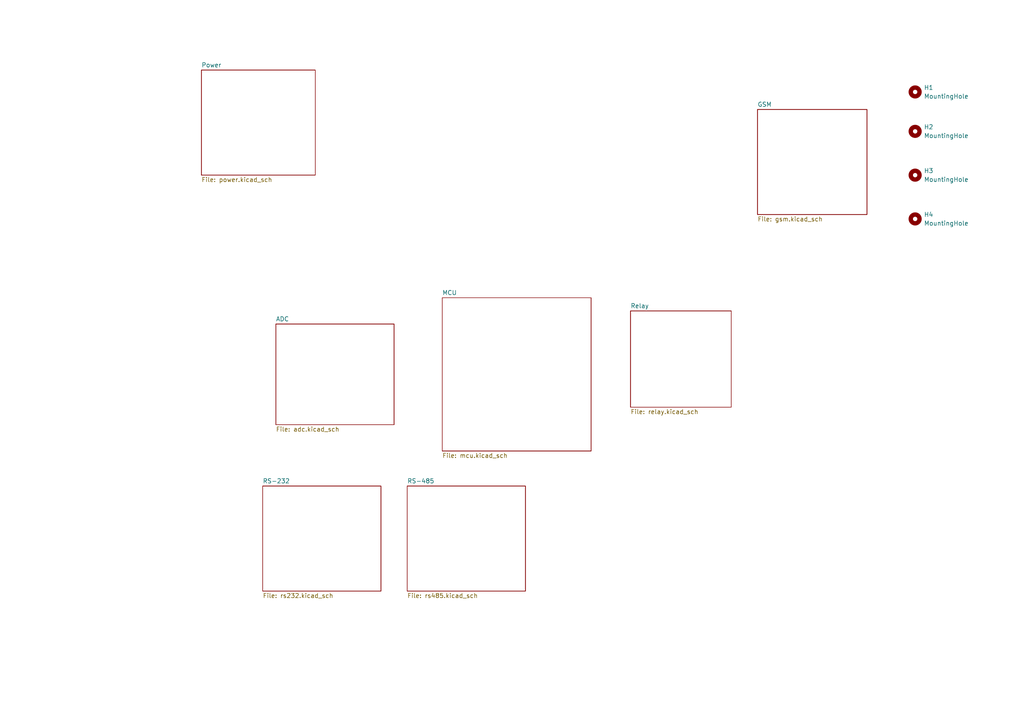
<source format=kicad_sch>
(kicad_sch (version 20230121) (generator eeschema)
  (paper "A4")
  (lib_symbols
    (symbol "Mechanical:MountingHole" (pin_names (offset 1.016))
      (property "Reference" "H" (at 0 5.08 0))
      (property "Value" "MountingHole" (at 0 3.175 0))
      (symbol "MountingHole_0_1"
        (circle (center 0 0) (radius 1.27) (stroke (width 1.27)))
      )
    )
  )
  (symbol (lib_id "Mechanical:MountingHole") (at 265.43 50.8 0) (unit 1)
    (property "Reference" "H3" (at 267.97 49.53 0) (effects (justify left)))
    (property "Value" "MountingHole" (at 267.97 52.07 0) (effects (justify left)))
  )
  (symbol (lib_id "Mechanical:MountingHole") (at 265.43 63.5 0) (unit 1)
    (property "Reference" "H4" (at 267.97 62.23 0) (effects (justify left)))
    (property "Value" "MountingHole" (at 267.97 64.77 0) (effects (justify left)))
  )
  (symbol (lib_id "Mechanical:MountingHole") (at 265.43 26.67 0) (unit 1)
    (property "Reference" "H1" (at 267.97 25.4 0) (effects (justify left)))
    (property "Value" "MountingHole" (at 267.97 27.94 0) (effects (justify left)))
  )
  (symbol (lib_id "Mechanical:MountingHole") (at 265.43 38.1 0) (unit 1)
    (property "Reference" "H2" (at 267.97 36.83 0) (effects (justify left)))
    (property "Value" "MountingHole" (at 267.97 39.37 0) (effects (justify left)))
  )
  (sheet (at 182.88 90.17) (size 29.21 27.94) (stroke (width 0.1524))
    (property "Sheetname" "Relay" (at 182.88 89.4584 0) (effects (justify left bottom)))
    (property "Sheetfile" "relay.kicad_sch" (at 182.88 118.6946 0) (effects (justify left top)))
  )
  (sheet (at 118.11 140.97) (size 34.29 30.48) (stroke (width 0.1524))
    (property "Sheetname" "RS-485" (at 118.11 140.2584 0) (effects (justify left bottom)))
    (property "Sheetfile" "rs485.kicad_sch" (at 118.11 172.0346 0) (effects (justify left top)))
  )
  (sheet (at 76.2 140.97) (size 34.29 30.48) (stroke (width 0.1524))
    (property "Sheetname" "RS-232" (at 76.2 140.2584 0) (effects (justify left bottom)))
    (property "Sheetfile" "rs232.kicad_sch" (at 76.2 172.0346 0) (effects (justify left top)))
  )
  (sheet (at 219.71 31.75) (size 31.75 30.48) (stroke (width 0.1524))
    (property "Sheetname" "GSM" (at 219.71 31.0384 0) (effects (justify left bottom)))
    (property "Sheetfile" "gsm.kicad_sch" (at 219.71 62.8146 0) (effects (justify left top)))
  )
  (sheet (at 58.42 20.32) (size 33.02 30.48) (stroke (width 0.1524))
    (property "Sheetname" "Power" (at 58.42 19.6084 0) (effects (justify left bottom)))
    (property "Sheetfile" "power.kicad_sch" (at 58.42 51.3846 0) (effects (justify left top)))
  )
  (sheet (at 80.01 93.98) (size 34.29 29.21) (stroke (width 0.1524))
    (property "Sheetname" "ADC" (at 80.01 93.2684 0) (effects (justify left bottom)))
    (property "Sheetfile" "adc.kicad_sch" (at 80.01 123.7746 0) (effects (justify left top)))
  )
  (sheet (at 128.27 86.36) (size 43.18 44.45) (stroke (width 0.1524))
    (property "Sheetname" "MCU" (at 128.27 85.6484 0) (effects (justify left bottom)))
    (property "Sheetfile" "mcu.kicad_sch" (at 128.27 131.3946 0) (effects (justify left top)))
  )
)
</source>
